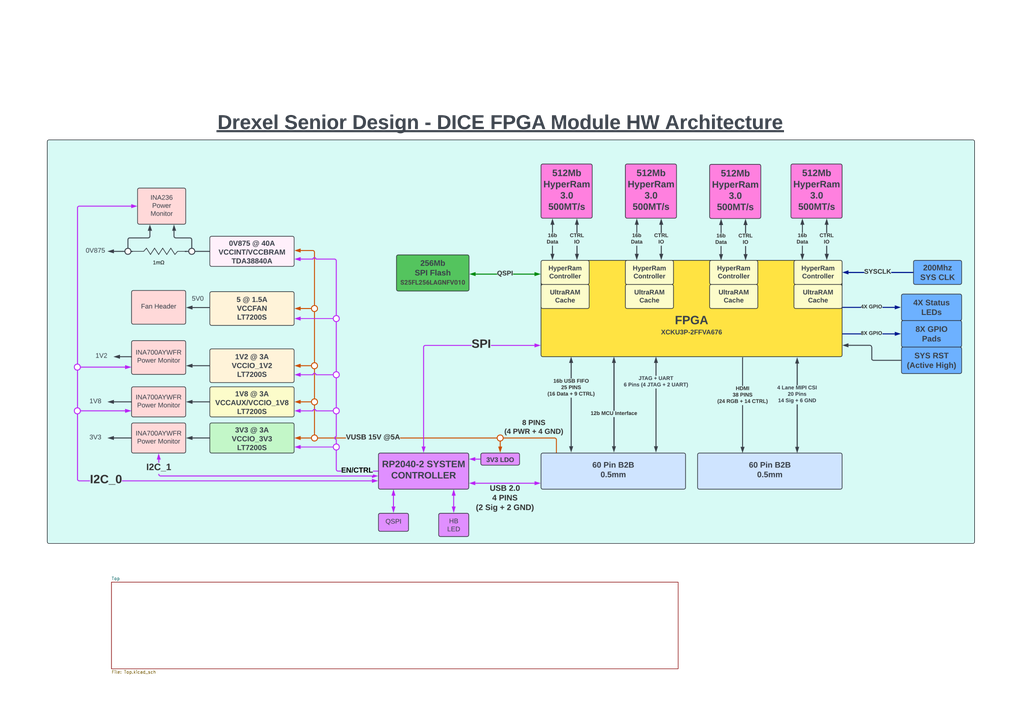
<source format=kicad_sch>
(kicad_sch (version 20250114) (generator "eeschema") (generator_version "9.0")
  (paper "A3")
  (title_block (title "Diagram") (date "2024-10-06") (rev "2.0") (company "Drexel University") (comment 1 "Designed by John Hofmeyr"))
  (lib_symbols)
  (image (at 209.55 133.985) (scale 0.777905))
  (sheet (at 45.72 238.76) (size 232.41 35.56) (stroke (width 0.1524))
    (property "Sheetname" "Top" (at 45.72 238.0484 0) (effects (justify left bottom)))
    (property "Sheetfile" "Top.kicad_sch" (at 45.72 274.9046 0) (effects (justify left top)))
  )
)
</source>
